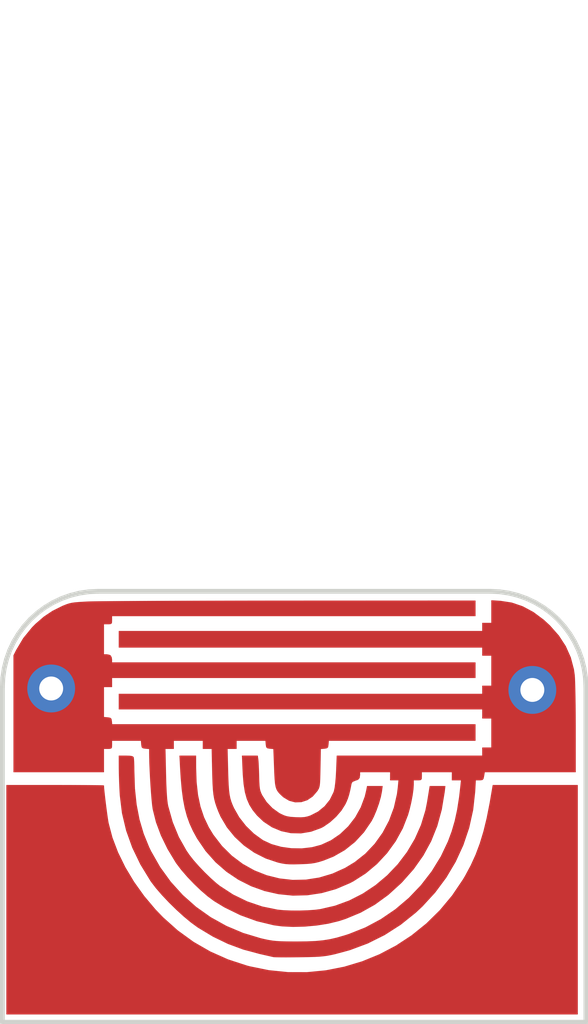
<source format=kicad_pcb>
(kicad_pcb (version 20171130) (host pcbnew "(5.1.10)-1")

  (general
    (thickness 1.6)
    (drawings 0)
    (tracks 0)
    (zones 0)
    (modules 1)
    (nets 3)
  )

  (page A4)
  (layers
    (0 F.Cu signal)
    (31 B.Cu signal)
    (32 B.Adhes user)
    (33 F.Adhes user)
    (34 B.Paste user)
    (35 F.Paste user)
    (36 B.SilkS user)
    (37 F.SilkS user)
    (38 B.Mask user)
    (39 F.Mask user)
    (40 Dwgs.User user)
    (41 Cmts.User user)
    (42 Eco1.User user)
    (43 Eco2.User user)
    (44 Edge.Cuts user)
    (45 Margin user)
    (46 B.CrtYd user)
    (47 F.CrtYd user)
    (48 B.Fab user)
    (49 F.Fab user)
  )

  (setup
    (last_trace_width 0.25)
    (trace_clearance 0.2)
    (zone_clearance 0.508)
    (zone_45_only no)
    (trace_min 0.2)
    (via_size 0.8)
    (via_drill 0.4)
    (via_min_size 0.4)
    (via_min_drill 0.3)
    (uvia_size 0.3)
    (uvia_drill 0.1)
    (uvias_allowed no)
    (uvia_min_size 0.2)
    (uvia_min_drill 0.1)
    (edge_width 0.05)
    (segment_width 0.2)
    (pcb_text_width 0.3)
    (pcb_text_size 1.5 1.5)
    (mod_edge_width 0.12)
    (mod_text_size 1 1)
    (mod_text_width 0.15)
    (pad_size 1.524 1.524)
    (pad_drill 0.762)
    (pad_to_mask_clearance 0)
    (aux_axis_origin 0 0)
    (visible_elements FFFFFF7F)
    (pcbplotparams
      (layerselection 0x010fc_ffffffff)
      (usegerberextensions false)
      (usegerberattributes true)
      (usegerberadvancedattributes true)
      (creategerberjobfile true)
      (excludeedgelayer true)
      (linewidth 0.100000)
      (plotframeref false)
      (viasonmask false)
      (mode 1)
      (useauxorigin false)
      (hpglpennumber 1)
      (hpglpenspeed 20)
      (hpglpendiameter 15.000000)
      (psnegative false)
      (psa4output false)
      (plotreference true)
      (plotvalue true)
      (plotinvisibletext false)
      (padsonsilk false)
      (subtractmaskfromsilk false)
      (outputformat 1)
      (mirror false)
      (drillshape 1)
      (scaleselection 1)
      (outputdirectory ""))
  )

  (net 0 "")
  (net 1 "Net-(J1-Pad1)")
  (net 2 "Net-(J1-Pad2)")

  (net_class Default "This is the default net class."
    (clearance 0.2)
    (trace_width 0.25)
    (via_dia 0.8)
    (via_drill 0.4)
    (uvia_dia 0.3)
    (uvia_drill 0.1)
    (add_net "Net-(J1-Pad1)")
    (add_net "Net-(J1-Pad2)")
  )

  (module BYTE_Sensors:BiteSensor_PCB (layer F.Cu) (tedit 6123BE60) (tstamp 61241F53)
    (at 148.23 82.48)
    (path /6123C33D)
    (fp_text reference J1 (at 0 0) (layer F.SilkS) hide
      (effects (font (size 1.27 1.27) (thickness 0.15)))
    )
    (fp_text value Bite (at 0 0) (layer F.SilkS) hide
      (effects (font (size 1.27 1.27) (thickness 0.15)))
    )
    (fp_poly (pts (xy 9.6 12.3) (xy 10.3 12.7) (xy 10.7 13.5) (xy 10.8 14)
      (xy 10.8 21.1) (xy -1.4 21.1) (xy -1.4 14) (xy -1.31 13.52)
      (xy -1.17 13.14) (xy -0.94 12.8) (xy -0.49 12.41) (xy -0.19 12.26)
      (xy 0.3 12.1) (xy 9.1 12.1)) (layer F.Mask) (width 0.1))
    (fp_line (start -1.4 14.1) (end -1.4 14.1) (layer Edge.Cuts) (width 0.1))
    (fp_line (start -1.39021 13.90232) (end -1.4 14.1) (layer Edge.Cuts) (width 0.1))
    (fp_line (start -1.36122 13.708) (end -1.39021 13.90232) (layer Edge.Cuts) (width 0.1))
    (fp_line (start -1.31355 13.51833) (end -1.36122 13.708) (layer Edge.Cuts) (width 0.1))
    (fp_line (start -1.24776 13.33463) (end -1.31355 13.51833) (layer Edge.Cuts) (width 0.1))
    (fp_line (start -1.16439 13.15822) (end -1.24776 13.33463) (layer Edge.Cuts) (width 0.1))
    (fp_line (start -1.06398 12.9904) (end -1.16439 13.15822) (layer Edge.Cuts) (width 0.1))
    (fp_line (start -0.94707 12.83248) (end -1.06398 12.9904) (layer Edge.Cuts) (width 0.1))
    (fp_line (start -0.81421 12.68579) (end -0.94707 12.83248) (layer Edge.Cuts) (width 0.1))
    (fp_line (start -0.66752 12.55293) (end -0.81421 12.68579) (layer Edge.Cuts) (width 0.1))
    (fp_line (start -0.5096 12.43602) (end -0.66752 12.55293) (layer Edge.Cuts) (width 0.1))
    (fp_line (start -0.34178 12.33561) (end -0.5096 12.43602) (layer Edge.Cuts) (width 0.1))
    (fp_line (start -0.16537 12.25224) (end -0.34178 12.33561) (layer Edge.Cuts) (width 0.1))
    (fp_line (start 0.01833 12.18645) (end -0.16537 12.25224) (layer Edge.Cuts) (width 0.1))
    (fp_line (start 0.208 12.13878) (end 0.01833 12.18645) (layer Edge.Cuts) (width 0.1))
    (fp_line (start 0.40232 12.10979) (end 0.208 12.13878) (layer Edge.Cuts) (width 0.1))
    (fp_line (start 0.6 12.1) (end 0.40232 12.10979) (layer Edge.Cuts) (width 0.1))
    (fp_line (start 8.8 12.1) (end 0.6 12.1) (layer Edge.Cuts) (width 0.1))
    (fp_line (start 8.99768 12.10979) (end 8.8 12.1) (layer Edge.Cuts) (width 0.1))
    (fp_line (start 9.192 12.13878) (end 8.99768 12.10979) (layer Edge.Cuts) (width 0.1))
    (fp_line (start 9.38167 12.18645) (end 9.192 12.13878) (layer Edge.Cuts) (width 0.1))
    (fp_line (start 9.56537 12.25224) (end 9.38167 12.18645) (layer Edge.Cuts) (width 0.1))
    (fp_line (start 9.74178 12.33561) (end 9.56537 12.25224) (layer Edge.Cuts) (width 0.1))
    (fp_line (start 9.9096 12.43602) (end 9.74178 12.33561) (layer Edge.Cuts) (width 0.1))
    (fp_line (start 10.06752 12.55293) (end 9.9096 12.43602) (layer Edge.Cuts) (width 0.1))
    (fp_line (start 10.21421 12.68579) (end 10.06752 12.55293) (layer Edge.Cuts) (width 0.1))
    (fp_line (start 10.34707 12.83248) (end 10.21421 12.68579) (layer Edge.Cuts) (width 0.1))
    (fp_line (start 10.46398 12.9904) (end 10.34707 12.83248) (layer Edge.Cuts) (width 0.1))
    (fp_line (start 10.56439 13.15822) (end 10.46398 12.9904) (layer Edge.Cuts) (width 0.1))
    (fp_line (start 10.64776 13.33463) (end 10.56439 13.15822) (layer Edge.Cuts) (width 0.1))
    (fp_line (start 10.71355 13.51833) (end 10.64776 13.33463) (layer Edge.Cuts) (width 0.1))
    (fp_line (start 10.76122 13.708) (end 10.71355 13.51833) (layer Edge.Cuts) (width 0.1))
    (fp_line (start 10.79021 13.90232) (end 10.76122 13.708) (layer Edge.Cuts) (width 0.1))
    (fp_line (start 10.8 14.1) (end 10.79021 13.90232) (layer Edge.Cuts) (width 0.1))
    (fp_line (start 10.8 21.1) (end 10.8 14.1) (layer Edge.Cuts) (width 0.1))
    (fp_line (start -1.4 21.1) (end 10.8 21.1) (layer Edge.Cuts) (width 0.1))
    (fp_line (start -1.4 14.1) (end -1.4 21.1) (layer Edge.Cuts) (width 0.1))
    (fp_poly (pts (xy 8.487834 12.615334) (xy 0.889 12.615334) (xy 0.889 12.7) (xy 0.886963 12.754194)
      (xy 0.872706 12.778275) (xy 0.834008 12.784463) (xy 0.804334 12.784667) (xy 0.719667 12.784667)
      (xy 0.719667 13.419667) (xy 0.778934 13.419667) (xy 0.831821 13.428244) (xy 0.8636 13.445067)
      (xy 0.88259 13.48407) (xy 0.889 13.529734) (xy 0.889 13.589) (xy 8.487834 13.589)
      (xy 8.487834 13.9065) (xy 0.889 13.9065) (xy 0.889 14.097) (xy 0.719667 14.097)
      (xy 0.719667 14.729445) (xy 0.799042 14.736014) (xy 0.851784 14.744118) (xy 0.875837 14.764542)
      (xy 0.884841 14.809237) (xy 0.88505 14.811375) (xy 0.891682 14.880167) (xy 8.487834 14.880167)
      (xy 8.487834 15.218834) (xy 5.421222 15.218834) (xy 5.414653 15.298209) (xy 5.406876 15.350656)
      (xy 5.386471 15.374439) (xy 5.340112 15.383223) (xy 5.330969 15.384018) (xy 5.253855 15.390453)
      (xy 5.246303 15.787733) (xy 5.24349 15.926753) (xy 5.240471 16.030369) (xy 5.236302 16.105503)
      (xy 5.23004 16.159078) (xy 5.220743 16.198017) (xy 5.207468 16.229242) (xy 5.189272 16.259675)
      (xy 5.180134 16.273587) (xy 5.085196 16.383838) (xy 4.972956 16.459618) (xy 4.849763 16.500019)
      (xy 4.721968 16.504136) (xy 4.595921 16.471063) (xy 4.477972 16.399894) (xy 4.45204 16.377474)
      (xy 4.402273 16.330029) (xy 4.364616 16.287165) (xy 4.337098 16.241907) (xy 4.317749 16.18728)
      (xy 4.304596 16.116308) (xy 4.295668 16.022016) (xy 4.288995 15.897427) (xy 4.284458 15.784455)
      (xy 4.269432 15.390351) (xy 4.193174 15.383967) (xy 4.14275 15.376147) (xy 4.11979 15.355061)
      (xy 4.111108 15.307058) (xy 4.110347 15.298209) (xy 4.103778 15.218834) (xy 3.4925 15.218834)
      (xy 3.4925 15.388167) (xy 3.303958 15.388167) (xy 3.315042 15.827375) (xy 3.320129 16.003006)
      (xy 3.326245 16.143414) (xy 3.334488 16.25571) (xy 3.345951 16.347006) (xy 3.36173 16.424412)
      (xy 3.382921 16.495038) (xy 3.410617 16.565997) (xy 3.438383 16.628187) (xy 3.547653 16.820494)
      (xy 3.689968 17.002524) (xy 3.856043 17.164049) (xy 4.036588 17.294844) (xy 4.052439 17.304296)
      (xy 4.227318 17.385305) (xy 4.42679 17.441163) (xy 4.640824 17.471077) (xy 4.859389 17.474252)
      (xy 5.072455 17.449896) (xy 5.262195 17.399987) (xy 5.471144 17.304661) (xy 5.662826 17.173818)
      (xy 5.833415 17.012084) (xy 5.979088 16.824085) (xy 6.096019 16.614446) (xy 6.180384 16.387793)
      (xy 6.212916 16.250202) (xy 6.227711 16.171334) (xy 6.545954 16.171334) (xy 6.531397 16.282459)
      (xy 6.508547 16.396884) (xy 6.469491 16.532256) (xy 6.419638 16.673122) (xy 6.364399 16.804031)
      (xy 6.315629 16.898724) (xy 6.156352 17.131677) (xy 5.969667 17.33349) (xy 5.757602 17.502502)
      (xy 5.522185 17.637048) (xy 5.313461 17.720386) (xy 5.221519 17.748995) (xy 5.141712 17.768781)
      (xy 5.060874 17.781786) (xy 4.965835 17.790052) (xy 4.843428 17.79562) (xy 4.823903 17.796283)
      (xy 4.695629 17.799372) (xy 4.597154 17.798276) (xy 4.516066 17.79205) (xy 4.439957 17.779753)
      (xy 4.358236 17.760901) (xy 4.107218 17.677101) (xy 3.870994 17.558043) (xy 3.654204 17.407685)
      (xy 3.461486 17.229984) (xy 3.297479 17.028897) (xy 3.166821 16.808381) (xy 3.120639 16.7051)
      (xy 3.083367 16.609033) (xy 3.054469 16.522845) (xy 3.032717 16.438566) (xy 3.016879 16.348228)
      (xy 3.005726 16.243862) (xy 2.998028 16.1175) (xy 2.992555 15.961174) (xy 2.990037 15.859125)
      (xy 2.979447 15.388167) (xy 2.794 15.388167) (xy 2.794 15.218834) (xy 2.180167 15.218834)
      (xy 2.180167 15.388167) (xy 2.005329 15.388167) (xy 2.017004 15.912042) (xy 2.023035 16.124033)
      (xy 2.03088 16.29651) (xy 2.040727 16.432263) (xy 2.052762 16.534079) (xy 2.062004 16.584084)
      (xy 2.157247 16.921789) (xy 2.285016 17.232788) (xy 2.445159 17.516738) (xy 2.509393 17.610449)
      (xy 2.59623 17.720725) (xy 2.706519 17.84547) (xy 2.829914 17.97415) (xy 2.956072 18.096231)
      (xy 3.074648 18.201182) (xy 3.142239 18.254838) (xy 3.420511 18.436336) (xy 3.718476 18.581131)
      (xy 4.03214 18.687575) (xy 4.34975 18.752929) (xy 4.481816 18.765865) (xy 4.641334 18.772489)
      (xy 4.813919 18.772959) (xy 4.985188 18.767433) (xy 5.140756 18.756066) (xy 5.242383 18.743177)
      (xy 5.553713 18.671715) (xy 5.853133 18.56197) (xy 6.137551 18.417028) (xy 6.403873 18.239974)
      (xy 6.649006 18.033892) (xy 6.869858 17.801869) (xy 7.063336 17.546988) (xy 7.226346 17.272336)
      (xy 7.355797 16.980998) (xy 7.448594 16.676058) (xy 7.481991 16.509173) (xy 7.49774 16.413145)
      (xy 7.51213 16.325299) (xy 7.522924 16.259304) (xy 7.526052 16.240125) (xy 7.537252 16.171334)
      (xy 7.857711 16.171334) (xy 7.843249 16.293042) (xy 7.782226 16.659599) (xy 7.688562 17.000606)
      (xy 7.560768 17.319181) (xy 7.397354 17.618441) (xy 7.196831 17.901502) (xy 6.957708 18.171481)
      (xy 6.933924 18.195564) (xy 6.666097 18.438661) (xy 6.38527 18.642483) (xy 6.088334 18.808919)
      (xy 5.772175 18.939856) (xy 5.633648 18.984499) (xy 5.415046 19.037799) (xy 5.174573 19.076239)
      (xy 4.924635 19.099021) (xy 4.677641 19.105346) (xy 4.446002 19.094414) (xy 4.275667 19.071914)
      (xy 3.922805 18.986865) (xy 3.577181 18.861844) (xy 3.244573 18.699188) (xy 3.026834 18.566991)
      (xy 2.897896 18.471922) (xy 2.755753 18.350182) (xy 2.609599 18.211022) (xy 2.468631 18.06369)
      (xy 2.342044 17.917437) (xy 2.239034 17.781512) (xy 2.224354 17.759833) (xy 2.05552 17.480131)
      (xy 1.918185 17.198858) (xy 1.814834 16.92183) (xy 1.747956 16.65486) (xy 1.745206 16.639565)
      (xy 1.73474 16.563187) (xy 1.72361 16.453038) (xy 1.712359 16.31766) (xy 1.701532 16.1656)
      (xy 1.691673 16.0054) (xy 1.683327 15.845605) (xy 1.677038 15.694759) (xy 1.673351 15.561407)
      (xy 1.672636 15.50057) (xy 1.672167 15.390722) (xy 1.592792 15.384153) (xy 1.540388 15.376436)
      (xy 1.516615 15.355957) (xy 1.507784 15.309024) (xy 1.506847 15.298209) (xy 1.500278 15.218834)
      (xy 0.889 15.218834) (xy 0.889 15.3035) (xy 0.886963 15.357694) (xy 0.872706 15.381775)
      (xy 0.834008 15.387963) (xy 0.804334 15.388167) (xy 0.719667 15.388167) (xy 0.719667 15.875)
      (xy -1.164166 15.875) (xy -1.164166 14.100723) (xy -0.741247 14.100723) (xy -0.731737 14.214294)
      (xy -0.71832 14.259664) (xy -0.670909 14.341063) (xy -0.598976 14.416561) (xy -0.518824 14.469058)
      (xy -0.518583 14.469166) (xy -0.432117 14.492124) (xy -0.32813 14.497662) (xy -0.225849 14.486246)
      (xy -0.147836 14.460157) (xy -0.086922 14.412555) (xy -0.02531 14.338401) (xy -0.005291 14.307635)
      (xy 0.048977 14.183281) (xy 0.062573 14.061611) (xy 0.037073 13.947798) (xy -0.025946 13.847013)
      (xy -0.124907 13.764427) (xy -0.179916 13.734963) (xy -0.296917 13.701988) (xy -0.419288 13.704015)
      (xy -0.534812 13.739347) (xy -0.620603 13.796182) (xy -0.682766 13.877842) (xy -0.723952 13.983964)
      (xy -0.741247 14.100723) (xy -1.164166 14.100723) (xy -1.164166 13.439426) (xy -1.108745 13.329005)
      (xy -0.960417 13.080293) (xy -0.777713 12.856076) (xy -0.704204 12.78212) (xy -0.531306 12.632894)
      (xy -0.352751 12.513522) (xy -0.151784 12.413005) (xy -0.12341 12.400863) (xy -0.061765 12.376084)
      (xy -0.006406 12.357847) (xy 0.05181 12.344649) (xy 0.122027 12.334985) (xy 0.21339 12.32735)
      (xy 0.335043 12.32024) (xy 0.381 12.317873) (xy 0.438785 12.316017) (xy 0.536551 12.314201)
      (xy 0.671946 12.312437) (xy 0.842618 12.310735) (xy 1.046215 12.309105) (xy 1.280384 12.307559)
      (xy 1.542775 12.306107) (xy 1.831034 12.304758) (xy 2.142809 12.303524) (xy 2.475748 12.302415)
      (xy 2.8275 12.301442) (xy 3.195711 12.300615) (xy 3.578031 12.299944) (xy 3.972106 12.29944)
      (xy 4.375586 12.299114) (xy 4.609042 12.299012) (xy 8.487834 12.297834) (xy 8.487834 12.615334)) (layer F.Cu) (width 0.01))
    (fp_poly (pts (xy 9.014729 12.303762) (xy 9.250097 12.339981) (xy 9.478885 12.41777) (xy 9.701289 12.537227)
      (xy 9.917507 12.698451) (xy 10.045505 12.816417) (xy 10.230549 13.025642) (xy 10.375275 13.247272)
      (xy 10.480071 13.482081) (xy 10.545324 13.730844) (xy 10.562129 13.849803) (xy 10.566539 13.913011)
      (xy 10.570639 14.012936) (xy 10.574326 14.143961) (xy 10.577494 14.300472) (xy 10.580037 14.476852)
      (xy 10.58185 14.667485) (xy 10.582827 14.866755) (xy 10.582967 14.959542) (xy 10.583334 15.875)
      (xy 8.682055 15.875) (xy 8.66775 15.959667) (xy 8.655851 16.013771) (xy 8.635952 16.037921)
      (xy 8.594704 16.044155) (xy 8.573878 16.044334) (xy 8.494309 16.044334) (xy 8.480996 16.282459)
      (xy 8.438688 16.665075) (xy 8.355817 17.0388) (xy 8.233695 17.400965) (xy 8.073632 17.7489)
      (xy 7.876939 18.079937) (xy 7.644928 18.391405) (xy 7.37891 18.680635) (xy 7.239 18.811251)
      (xy 6.925656 19.061837) (xy 6.591234 19.275777) (xy 6.236599 19.452627) (xy 5.862619 19.591943)
      (xy 5.554586 19.675053) (xy 5.46839 19.693861) (xy 5.39148 19.708255) (xy 5.315672 19.718939)
      (xy 5.232787 19.726614) (xy 5.13464 19.731984) (xy 5.013052 19.73575) (xy 4.85984 19.738616)
      (xy 4.804834 19.739429) (xy 4.66178 19.741005) (xy 4.531167 19.741578) (xy 4.419522 19.74119)
      (xy 4.333368 19.739881) (xy 4.279233 19.737692) (xy 4.265084 19.736037) (xy 4.22824 19.727377)
      (xy 4.160119 19.711753) (xy 4.070753 19.691455) (xy 3.979334 19.67083) (xy 3.634876 19.578419)
      (xy 3.313744 19.459841) (xy 3.00476 19.310299) (xy 2.696745 19.124992) (xy 2.67567 19.111048)
      (xy 2.541979 19.01331) (xy 2.393327 18.889764) (xy 2.237886 18.748459) (xy 2.083826 18.597445)
      (xy 1.939318 18.44477) (xy 1.812533 18.298484) (xy 1.711642 18.166634) (xy 1.700477 18.150417)
      (xy 1.488929 17.804795) (xy 1.319219 17.453661) (xy 1.191141 17.096437) (xy 1.104489 16.732544)
      (xy 1.059056 16.361405) (xy 1.058397 16.35125) (xy 1.05071 16.211884) (xy 1.044286 16.061148)
      (xy 1.039757 15.916353) (xy 1.037755 15.794807) (xy 1.037719 15.785042) (xy 1.037167 15.536334)
      (xy 1.183069 15.536334) (xy 1.265434 15.538635) (xy 1.314208 15.546741) (xy 1.337946 15.562455)
      (xy 1.341819 15.569815) (xy 1.34693 15.60347) (xy 1.35111 15.669593) (xy 1.353901 15.758324)
      (xy 1.354848 15.850273) (xy 1.366683 16.218326) (xy 1.402396 16.556218) (xy 1.46315 16.869509)
      (xy 1.550103 17.163762) (xy 1.664417 17.444535) (xy 1.705264 17.529054) (xy 1.895574 17.862659)
      (xy 2.117626 18.169172) (xy 2.369388 18.447023) (xy 2.648827 18.694641) (xy 2.95391 18.910456)
      (xy 3.282605 19.092899) (xy 3.63288 19.240399) (xy 4.002701 19.351385) (xy 4.090479 19.371619)
      (xy 4.171405 19.38806) (xy 4.24761 19.400264) (xy 4.327636 19.408833) (xy 4.420023 19.414367)
      (xy 4.533315 19.417466) (xy 4.676052 19.418732) (xy 4.7625 19.418865) (xy 4.971307 19.416626)
      (xy 5.148466 19.408884) (xy 5.304473 19.394102) (xy 5.449827 19.37074) (xy 5.595027 19.337262)
      (xy 5.75057 19.292128) (xy 5.851893 19.259259) (xy 6.19131 19.123958) (xy 6.51442 18.951446)
      (xy 6.817943 18.74479) (xy 7.098599 18.507057) (xy 7.353109 18.241314) (xy 7.578193 17.950629)
      (xy 7.77057 17.638069) (xy 7.919129 17.325903) (xy 7.996787 17.116831) (xy 8.060378 16.8984)
      (xy 8.111823 16.662062) (xy 8.153043 16.399272) (xy 8.179769 16.166042) (xy 8.19187 16.044334)
      (xy 8.001 16.044334) (xy 8.001 15.875) (xy 7.366 15.875) (xy 7.366 15.959667)
      (xy 7.363963 16.01386) (xy 7.349706 16.037941) (xy 7.311008 16.04413) (xy 7.281334 16.044334)
      (xy 7.196667 16.044334) (xy 7.196667 16.136811) (xy 7.190109 16.237981) (xy 7.172058 16.366171)
      (xy 7.144945 16.508422) (xy 7.111203 16.651778) (xy 7.078253 16.767618) (xy 6.967891 17.050341)
      (xy 6.820302 17.318631) (xy 6.639451 17.567833) (xy 6.429298 17.793289) (xy 6.193808 17.990345)
      (xy 5.936943 18.154344) (xy 5.866556 18.191291) (xy 5.574522 18.315382) (xy 5.275918 18.39955)
      (xy 4.974139 18.444793) (xy 4.672579 18.452108) (xy 4.374631 18.422491) (xy 4.08369 18.356939)
      (xy 3.803148 18.256449) (xy 3.5364 18.122018) (xy 3.28684 17.954643) (xy 3.057862 17.755321)
      (xy 2.852858 17.525048) (xy 2.675224 17.264821) (xy 2.667466 17.251632) (xy 2.585191 17.100618)
      (xy 2.516866 16.950689) (xy 2.460991 16.795492) (xy 2.416066 16.628672) (xy 2.38059 16.443878)
      (xy 2.353062 16.234754) (xy 2.331983 15.994949) (xy 2.318637 15.774459) (xy 2.306415 15.536334)
      (xy 2.645834 15.536334) (xy 2.6462 15.785042) (xy 2.65619 16.086406) (xy 2.686241 16.355662)
      (xy 2.737887 16.598769) (xy 2.812663 16.821683) (xy 2.912104 17.030362) (xy 3.007135 17.186122)
      (xy 3.189308 17.422488) (xy 3.395777 17.626263) (xy 3.623019 17.796766) (xy 3.867513 17.933315)
      (xy 4.125737 18.03523) (xy 4.394169 18.101831) (xy 4.669287 18.132435) (xy 4.947568 18.126364)
      (xy 5.225492 18.082934) (xy 5.499535 18.001467) (xy 5.766177 17.88128) (xy 5.969 17.758694)
      (xy 6.190791 17.583027) (xy 6.386238 17.376737) (xy 6.552814 17.144201) (xy 6.687992 16.889795)
      (xy 6.789243 16.617895) (xy 6.854041 16.332877) (xy 6.871068 16.196879) (xy 6.885246 16.044334)
      (xy 6.709834 16.044334) (xy 6.709834 15.875) (xy 6.074834 15.875) (xy 6.074509 15.933209)
      (xy 6.065797 15.997059) (xy 6.034023 16.033709) (xy 5.974272 16.053944) (xy 5.917509 16.078396)
      (xy 5.896707 16.114811) (xy 5.870626 16.244291) (xy 5.846609 16.343627) (xy 5.821109 16.424638)
      (xy 5.790581 16.49914) (xy 5.765978 16.550438) (xy 5.684743 16.67923) (xy 5.574422 16.80712)
      (xy 5.4469 16.922556) (xy 5.314062 17.013986) (xy 5.260091 17.042193) (xy 5.052864 17.117338)
      (xy 4.842481 17.152369) (xy 4.633603 17.148199) (xy 4.43089 17.105742) (xy 4.239002 17.025913)
      (xy 4.062599 16.909626) (xy 3.926269 16.780531) (xy 3.836746 16.670427) (xy 3.766439 16.557525)
      (xy 3.713014 16.434569) (xy 3.674135 16.294305) (xy 3.647465 16.129476) (xy 3.63067 15.932828)
      (xy 3.626427 15.849072) (xy 3.612891 15.536334) (xy 3.935082 15.536334) (xy 3.945969 15.605125)
      (xy 3.950556 15.651885) (xy 3.955319 15.730582) (xy 3.959739 15.830826) (xy 3.963293 15.942228)
      (xy 3.96373 15.959667) (xy 3.967216 16.078063) (xy 3.972104 16.163935) (xy 3.979992 16.22709)
      (xy 3.992478 16.277337) (xy 4.011161 16.324483) (xy 4.029254 16.361834) (xy 4.12148 16.503874)
      (xy 4.243758 16.631502) (xy 4.383859 16.732404) (xy 4.41325 16.748453) (xy 4.485493 16.782443)
      (xy 4.551669 16.803642) (xy 4.62788 16.815821) (xy 4.730228 16.822749) (xy 4.73075 16.822773)
      (xy 4.834756 16.825373) (xy 4.912555 16.820689) (xy 4.979927 16.806844) (xy 5.043003 16.785637)
      (xy 5.201277 16.704897) (xy 5.338743 16.592638) (xy 5.449068 16.455508) (xy 5.525917 16.300152)
      (xy 5.536693 16.267541) (xy 5.550869 16.200483) (xy 5.563844 16.100814) (xy 5.574574 15.978258)
      (xy 5.581773 15.848542) (xy 5.594427 15.536334) (xy 8.636 15.536334) (xy 8.636 15.367)
      (xy 8.8265 15.367) (xy 8.8265 14.753167) (xy 8.636 14.753167) (xy 8.636 14.562667)
      (xy 1.037167 14.562667) (xy 1.037167 14.245167) (xy 8.636 14.245167) (xy 8.636 14.129094)
      (xy 9.253837 14.129094) (xy 9.283138 14.250868) (xy 9.342726 14.357671) (xy 9.428419 14.440027)
      (xy 9.46117 14.459935) (xy 9.547258 14.4883) (xy 9.652531 14.498502) (xy 9.757684 14.49001)
      (xy 9.827305 14.470024) (xy 9.927969 14.407182) (xy 9.998627 14.322598) (xy 10.040383 14.223237)
      (xy 10.054345 14.116064) (xy 10.041618 14.008043) (xy 10.003308 13.906141) (xy 9.94052 13.817321)
      (xy 9.854362 13.748549) (xy 9.745938 13.706791) (xy 9.705056 13.70008) (xy 9.592982 13.705633)
      (xy 9.483416 13.742896) (xy 9.385757 13.805512) (xy 9.309401 13.887122) (xy 9.263748 13.98137)
      (xy 9.259006 14.001828) (xy 9.253837 14.129094) (xy 8.636 14.129094) (xy 8.636 14.075834)
      (xy 8.8265 14.075834) (xy 8.8265 13.440834) (xy 8.636 13.440834) (xy 8.636 13.2715)
      (xy 1.037167 13.2715) (xy 1.037167 12.932834) (xy 8.636 12.932834) (xy 8.636 12.7635)
      (xy 8.8265 12.7635) (xy 8.8265 12.291567) (xy 9.014729 12.303762)) (layer F.Cu) (width 0.01))
    (fp_poly (pts (xy -0.093466 16.150335) (xy 0.095903 16.150816) (xy 0.267684 16.151577) (xy 0.417788 16.152584)
      (xy 0.542122 16.153803) (xy 0.636599 16.155203) (xy 0.697126 16.156747) (xy 0.719614 16.158404)
      (xy 0.719667 16.158489) (xy 0.722481 16.205433) (xy 0.730144 16.284872) (xy 0.741486 16.387399)
      (xy 0.755336 16.503608) (xy 0.770525 16.62409) (xy 0.785882 16.739439) (xy 0.800238 16.840246)
      (xy 0.812423 16.917105) (xy 0.817281 16.943348) (xy 0.897219 17.245876) (xy 1.014725 17.554798)
      (xy 1.166697 17.864756) (xy 1.350034 18.170394) (xy 1.561632 18.466354) (xy 1.798391 18.747278)
      (xy 1.957336 18.912417) (xy 2.265235 19.187161) (xy 2.594881 19.425601) (xy 2.945888 19.627518)
      (xy 3.317867 19.792693) (xy 3.710431 19.920906) (xy 3.769275 19.936476) (xy 4.169399 20.018121)
      (xy 4.569902 20.05872) (xy 4.968102 20.059398) (xy 5.36132 20.021283) (xy 5.746877 19.9455)
      (xy 6.122091 19.833175) (xy 6.484283 19.685434) (xy 6.830774 19.503403) (xy 7.158882 19.288208)
      (xy 7.465928 19.040975) (xy 7.749231 18.762829) (xy 8.006113 18.454898) (xy 8.233892 18.118306)
      (xy 8.279129 18.041742) (xy 8.395869 17.82428) (xy 8.49688 17.602382) (xy 8.584504 17.368906)
      (xy 8.661082 17.116713) (xy 8.728955 16.838662) (xy 8.790464 16.527613) (xy 8.807377 16.430625)
      (xy 8.855001 16.150167) (xy 10.625667 16.150167) (xy 10.625667 20.933834) (xy -1.312333 20.933834)
      (xy -1.312333 16.150167) (xy -0.296333 16.150167) (xy -0.093466 16.150335)) (layer F.Cu) (width 0.01))
    (pad 1 thru_hole circle (at -0.38 14.13) (size 1 1) (drill 0.5) (layers *.Cu *.Mask)
      (net 1 "Net-(J1-Pad1)"))
    (pad 2 thru_hole circle (at 9.68 14.16) (size 1 1) (drill 0.5) (layers *.Cu *.Mask)
      (net 2 "Net-(J1-Pad2)"))
  )

)

</source>
